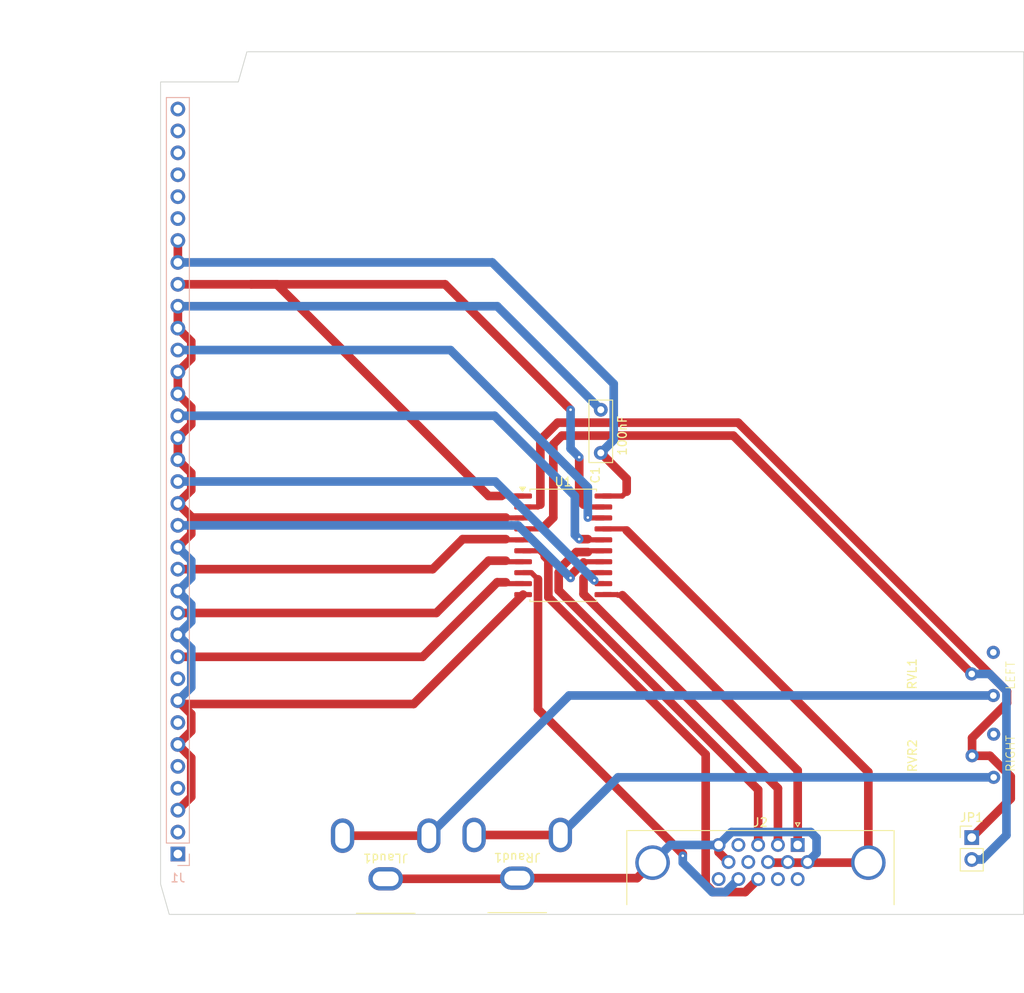
<source format=kicad_pcb>
(kicad_pcb (version 20240108) (generator "pcbnew") (generator_version "8.0")
  (layers (0 "F.Cu" signal) (31 "B.Cu" signal) (34 "B.Paste" user) (35 "F.Paste" user) (36 "B.SilkS" user "B.Silkscreen") (37 "F.SilkS" user "F.Silkscreen") (38 "B.Mask" user) (39 "F.Mask" user) (44 "Edge.Cuts" user))
  (net 0 "")
  (net 1 "GND")
  (net 3 "/CV_Y")
  (net 6 "/V_G")
  (net 8 "/SV_Y")
  (net 10 "+5V")
  (net 11 "/R_AUD")
  (net 12 "/ACTIVE")
  (net 14 "/CV_Pr")
  (net 15 "/L_AUD")
  (net 17 "/V_B")
  (net 18 "/SV_L")
  (net 19 "/V_R")
  (net 20 "/Comp")
  (net 22 "/CV_Pb")
  (net 23 "Net-(JP1-B)")
  (net 24 "Net-(JP1-A)")
  (net 25 "Net-(JLaud1-Ext)")
  (net 26 "Net-(JLaud1-In)")
  (net 30 "Net-(JRaud1-In)")
  (net 33 "/V_H")
  (net 34 "/V_V")
  (net 35 "Net-(U1-2A2)")
  (net 36 "Net-(U1-1A4)")
  (net 37 "Net-(U1-2A1)")
  (net 38 "Net-(U1-1A3)")
  (net 39 "Net-(U1-2A3)")
  (footprint "Connector_PinHeader_2.54mm:PinHeader_1x02_P2.54mm_Vertical" (layer "F.Cu") (at 199.98 138.095)
    (property "Reference" "JP1" (at 0 -2.33 0) (layer "F.SilkS"))
    (property "Value" "Jumper_2_Open")
    (fp_line (start -1.33 -1.33) (end 0 -1.33) (stroke (width 0.12)) (layer "F.SilkS"))
    (fp_line (start -1.33 0) (end -1.33 -1.33) (stroke (width 0.12)) (layer "F.SilkS"))
    (fp_line (start -1.33 1.27) (end -1.33 3.87) (stroke (width 0.12)) (layer "F.SilkS"))
    (fp_line (start -1.33 1.27) (end 1.33 1.27) (stroke (width 0.12)) (layer "F.SilkS"))
    (fp_line (start -1.33 3.87) (end 1.33 3.87) (stroke (width 0.12)) (layer "F.SilkS"))
    (fp_line (start 1.33 1.27) (end 1.33 3.87) (stroke (width 0.12)) (layer "F.SilkS"))
    (pad "1" thru_hole rect (at 0 0) (size 1.7 1.7) (drill 1) (layers "*.Cu" "*.Mask") (net 24 "Net-(JP1-A)"))
    (pad "2" thru_hole oval (at 0 2.54) (size 1.7 1.7) (drill 1) (layers "*.Cu" "*.Mask") (net 23 "Net-(JP1-B)"))
  )
  (footprint "Package_SO:SOIC-20W_7.5x12.8mm_P1.27mm" (layer "F.Cu") (at 152.65 104.215)
    (property "Reference" "U1" (at 0 -7.35 360) (layer "F.SilkS"))
    (property "Value" "SN74CBT3244PW")
    (fp_line (start -3.86 -6.51) (end -3.86 -6.275) (stroke (width 0.12)) (layer "F.SilkS"))
    (fp_line (start -3.86 6.51) (end -3.86 6.275) (stroke (width 0.12)) (layer "F.SilkS"))
    (fp_line (start 0 -6.51) (end -3.86 -6.51) (stroke (width 0.12)) (layer "F.SilkS"))
    (fp_line (start 0 -6.51) (end 3.86 -6.51) (stroke (width 0.12)) (layer "F.SilkS"))
    (fp_line (start 0 6.51) (end -3.86 6.51) (stroke (width 0.12)) (layer "F.SilkS"))
    (fp_line (start 0 6.51) (end 3.86 6.51) (stroke (width 0.12)) (layer "F.SilkS"))
    (fp_line (start 3.86 -6.51) (end 3.86 -6.275) (stroke (width 0.12)) (layer "F.SilkS"))
    (fp_line (start 3.86 6.51) (end 3.86 6.275) (stroke (width 0.12)) (layer "F.SilkS"))
    (fp_poly (pts (xy -4.7125 -6.275) (xy -5.0525 -6.745) (xy -4.3725 -6.745) (xy -4.7125 -6.275)) (stroke (width 0.12)) (fill solid) (layer "F.SilkS"))
    (pad "1" smd roundrect (at -4.65 -5.715) (size 2.05 0.6) (layers "F.Cu" "F.Paste" "F.Mask") (net 12 "/ACTIVE"))
    (pad "2" smd roundrect (at -4.65 -4.445) (size 2.05 0.6) (layers "F.Cu" "F.Paste" "F.Mask") (net 24 "Net-(JP1-A)"))
    (pad "3" smd roundrect (at -4.65 -3.175) (size 2.05 0.6) (layers "F.Cu" "F.Paste" "F.Mask") (net 1 "GND"))
    (pad "4" smd roundrect (at -4.65 -1.905) (size 2.05 0.6) (layers "F.Cu" "F.Paste" "F.Mask") (net 23 "Net-(JP1-B)"))
    (pad "5" smd roundrect (at -4.65 -0.635) (size 2.05 0.6) (layers "F.Cu" "F.Paste" "F.Mask") (net 17 "/V_B"))
    (pad "6" smd roundrect (at -4.65 0.635) (size 2.05 0.6) (layers "F.Cu" "F.Paste" "F.Mask") (net 38 "Net-(U1-1A3)"))
    (pad "7" smd roundrect (at -4.65 1.905) (size 2.05 0.6) (layers "F.Cu" "F.Paste" "F.Mask") (net 6 "/V_G"))
    (pad "8" smd roundrect (at -4.65 3.175) (size 2.05 0.6) (layers "F.Cu" "F.Paste" "F.Mask") (net 36 "Net-(U1-1A4)"))
    (pad "9" smd roundrect (at -4.65 4.445) (size 2.05 0.6) (layers "F.Cu" "F.Paste" "F.Mask") (net 19 "/V_R"))
    (pad "10" smd roundrect (at -4.65 5.715) (size 2.05 0.6) (layers "F.Cu" "F.Paste" "F.Mask") (net 1 "GND"))
    (pad "11" smd roundrect (at 4.65 5.715) (size 2.05 0.6) (layers "F.Cu" "F.Paste" "F.Mask") (net 37 "Net-(U1-2A1)"))
    (pad "12" smd roundrect (at 4.65 4.445) (size 2.05 0.6) (layers "F.Cu" "F.Paste" "F.Mask") (net 34 "/V_V"))
    (pad "13" smd roundrect (at 4.65 3.175) (size 2.05 0.6) (layers "F.Cu" "F.Paste" "F.Mask") (net 35 "Net-(U1-2A2)"))
    (pad "14" smd roundrect (at 4.65 1.905) (size 2.05 0.6) (layers "F.Cu" "F.Paste" "F.Mask") (net 33 "/V_H"))
    (pad "15" smd roundrect (at 4.65 0.635) (size 2.05 0.6) (layers "F.Cu" "F.Paste" "F.Mask") (net 39 "Net-(U1-2A3)"))
    (pad "16" smd roundrect (at 4.65 -0.635) (size 2.05 0.6) (layers "F.Cu" "F.Paste" "F.Mask") (net 15 "/L_AUD"))
    (pad "17" smd roundrect (at 4.65 -1.905) (size 2.05 0.6) (layers "F.Cu" "F.Paste" "F.Mask") (net 25 "Net-(JLaud1-Ext)"))
    (pad "18" smd roundrect (at 4.65 -3.175) (size 2.05 0.6) (layers "F.Cu" "F.Paste" "F.Mask") (net 11 "/R_AUD"))
    (pad "19" smd roundrect (at 4.65 -4.445) (size 2.05 0.6) (layers "F.Cu" "F.Paste" "F.Mask") (net 12 "/ACTIVE"))
    (pad "20" smd roundrect (at 4.65 -5.715) (size 2.05 0.6) (layers "F.Cu" "F.Paste" "F.Mask") (net 10 "+5V"))
  )
  (footprint "CheshBits:RCA Single (Altronics)" (layer "F.Cu") (at 132.08 137.875 180)
    (property "Reference" "JLaud1" (at 0 -2.6 180) (layer "F.SilkS"))
    (property "Value" "Conn_Coaxial")
    (fp_line (start -3.4 -9) (end 3.4 -9) (stroke (width 0.12)) (layer "F.SilkS"))
    (pad "1" thru_hole oval (at -5 0 270) (size 4 2.7) (drill oval 3 1.7) (layers "*.Cu" "*.Mask") (net 26 "Net-(JLaud1-In)"))
    (pad "1" thru_hole oval (at 5 0 270) (size 4 2.7) (drill oval 3 1.7) (layers "*.Cu" "*.Mask") (net 26 "Net-(JLaud1-In)"))
    (pad "2" thru_hole oval (at 0 -5 180) (size 4 2.7) (drill oval 3 1.7) (layers "*.Cu" "*.Mask") (net 25 "Net-(JLaud1-Ext)"))
  )
  (footprint "CheshBits:RCA Single (Altronics)" (layer "F.Cu") (at 147.32 137.795 180)
    (property "Reference" "JRaud1" (at 0 -2.6 180) (layer "F.SilkS"))
    (property "Value" "Conn_Coaxial")
    (fp_line (start -3.4 -9) (end 3.4 -9) (stroke (width 0.12)) (layer "F.SilkS"))
    (pad "1" thru_hole oval (at -5 0 270) (size 4 2.7) (drill oval 3 1.7) (layers "*.Cu" "*.Mask") (net 30 "Net-(JRaud1-In)"))
    (pad "1" thru_hole oval (at 5 0 270) (size 4 2.7) (drill oval 3 1.7) (layers "*.Cu" "*.Mask") (net 30 "Net-(JRaud1-In)"))
    (pad "2" thru_hole oval (at 0 -5 180) (size 4 2.7) (drill oval 3 1.7) (layers "*.Cu" "*.Mask") (net 25 "Net-(JLaud1-Ext)"))
  )
  (footprint "Connector_Dsub:DSUB-15-HD_Female_Horizontal_P2.29x1.98mm_EdgePinOffset3.03mm_Housed_MountingHolesOffset4.94mm" (layer "F.Cu") (at 179.815 138.95)
    (property "Reference" "J2" (at -4.315 -2.61 0) (layer "F.SilkS"))
    (property "Value" "DE15_Receptacle_HighDensity_MountingHoles")
    (fp_line (start -19.8 -1.67) (end 11.17 -1.67) (stroke (width 0.12)) (layer "F.SilkS"))
    (fp_line (start -19.8 6.93) (end -19.8 -1.67) (stroke (width 0.12)) (layer "F.SilkS"))
    (fp_line (start -0.25 -2.564338) (end 0.25 -2.564338) (stroke (width 0.12)) (layer "F.SilkS"))
    (fp_line (start 0 -2.131325) (end -0.25 -2.564338) (stroke (width 0.12)) (layer "F.SilkS"))
    (fp_line (start 0.25 -2.564338) (end 0 -2.131325) (stroke (width 0.12)) (layer "F.SilkS"))
    (fp_line (start 11.17 -1.67) (end 11.17 6.93) (stroke (width 0.12)) (layer "F.SilkS"))
    (pad "0" thru_hole circle (at -16.815 2.05) (size 4 4) (drill 3.2) (layers "*.Cu" "*.Mask") (net 25 "Net-(JLaud1-Ext)"))
    (pad "0" thru_hole circle (at 8.185 2.05) (size 4 4) (drill 3.2) (layers "*.Cu" "*.Mask") (net 25 "Net-(JLaud1-Ext)"))
    (pad "1" thru_hole rect (at 0 0) (size 1.6 1.6) (drill 1) (layers "*.Cu" "*.Mask") (net 37 "Net-(U1-2A1)"))
    (pad "2" thru_hole circle (at -2.29 0) (size 1.6 1.6) (drill 1) (layers "*.Cu" "*.Mask") (net 35 "Net-(U1-2A2)"))
    (pad "3" thru_hole circle (at -4.58 0) (size 1.6 1.6) (drill 1) (layers "*.Cu" "*.Mask") (net 39 "Net-(U1-2A3)"))
    (pad "4" thru_hole circle (at -6.87 0) (size 1.6 1.6) (drill 1) (layers "*.Cu" "*.Mask"))
    (pad "5" thru_hole circle (at -9.16 0) (size 1.6 1.6) (drill 1) (layers "*.Cu" "*.Mask") (net 25 "Net-(JLaud1-Ext)"))
    (pad "6" thru_hole circle (at 1.145 1.98) (size 1.6 1.6) (drill 1) (layers "*.Cu" "*.Mask") (net 25 "Net-(JLaud1-Ext)"))
    (pad "7" thru_hole circle (at -1.145 1.98) (size 1.6 1.6) (drill 1) (layers "*.Cu" "*.Mask") (net 25 "Net-(JLaud1-Ext)"))
    (pad "8" thru_hole circle (at -3.435 1.98) (size 1.6 1.6) (drill 1) (layers "*.Cu" "*.Mask") (net 25 "Net-(JLaud1-Ext)"))
    (pad "9" thru_hole circle (at -5.725 1.98) (size 1.6 1.6) (drill 1) (layers "*.Cu" "*.Mask"))
    (pad "10" thru_hole circle (at -8.015 1.98) (size 1.6 1.6) (drill 1) (layers "*.Cu" "*.Mask") (net 25 "Net-(JLaud1-Ext)"))
    (pad "11" thru_hole circle (at 0 3.96) (size 1.6 1.6) (drill 1) (layers "*.Cu" "*.Mask"))
    (pad "12" thru_hole circle (at -2.29 3.96) (size 1.6 1.6) (drill 1) (layers "*.Cu" "*.Mask"))
    (pad "13" thru_hole circle (at -4.58 3.96) (size 1.6 1.6) (drill 1) (layers "*.Cu" "*.Mask") (net 38 "Net-(U1-1A3)"))
    (pad "14" thru_hole circle (at -6.87 3.96) (size 1.6 1.6) (drill 1) (layers "*.Cu" "*.Mask") (net 36 "Net-(U1-1A4)"))
    (pad "15" thru_hole circle (at -9.16 3.96) (size 1.6 1.6) (drill 1) (layers "*.Cu" "*.Mask"))
  )
  (footprint "CheshBits:TrimPot Vertical (Altronics)" (layer "F.Cu") (at 193.62 128.61 90)
    (property "Reference" "RVR2" (at 0 -0.5 90) (layer "F.SilkS"))
    (property "Value" "10k")
    (pad "1" thru_hole circle (at -2.5 8.9 90) (size 1.524 1.524) (drill 0.762) (layers "*.Cu" "*.Mask") (net 30 "Net-(JRaud1-In)"))
    (pad "2" thru_hole circle (at 0 6.4 90) (size 1.524 1.524) (drill 0.762) (layers "*.Cu" "*.Mask") (net 24 "Net-(JP1-A)"))
    (pad "3" thru_hole circle (at 2.5 8.9 90) (size 1.524 1.524) (drill 0.762) (layers "*.Cu" "*.Mask"))
  )
  (footprint "Capacitor_THT:C_Disc_D7.0mm_W2.5mm_P5.00mm" (layer "F.Cu") (at 157 93.5 90)
    (property "Reference" "C1" (at -2.58 -0.635 90) (layer "F.SilkS"))
    (property "Value" "100nF" (at 2 2.5 90) (layer "F.SilkS"))
    (fp_line (start 6.12 -1.37) (end 6.12 1.37) (stroke (width 0.12)) (layer "F.SilkS"))
    (fp_line (start -1.12 -1.37) (end 6.12 -1.37) (stroke (width 0.12)) (layer "F.SilkS"))
    (fp_line (start -1.12 -1.37) (end -1.12 1.37) (stroke (width 0.12)) (layer "F.SilkS"))
    (fp_line (start -1.12 1.37) (end 6.12 1.37) (stroke (width 0.12)) (layer "F.SilkS"))
    (pad "1" thru_hole circle (at 0 0 90) (size 1.6 1.6) (drill 0.8) (layers "*.Cu" "*.Mask") (net 10 "+5V"))
    (pad "2" thru_hole circle (at 5 0 90) (size 1.6 1.6) (drill 0.8) (layers "*.Cu" "*.Mask") (net 1 "GND"))
  )
  (footprint "CheshBits:TrimPot Vertical (Altronics)" (layer "F.Cu") (at 193.58 119.125 90)
    (property "Reference" "RVL1" (at 0 -0.5 90) (layer "F.SilkS"))
    (property "Value" "10k")
    (pad "1" thru_hole circle (at -2.5 8.9 90) (size 1.524 1.524) (drill 0.762) (layers "*.Cu" "*.Mask") (net 26 "Net-(JLaud1-In)"))
    (pad "2" thru_hole circle (at 0 6.4 90) (size 1.524 1.524) (drill 0.762) (layers "*.Cu" "*.Mask") (net 23 "Net-(JP1-B)"))
    (pad "3" thru_hole circle (at 2.5 8.9 90) (size 1.524 1.524) (drill 0.762) (layers "*.Cu" "*.Mask"))
  )
  (footprint "Connector_PinSocket_2.54mm:PinSocket_1x35_P2.54mm_Vertical" (layer "B.Cu") (at 108 140)
    (property "Reference" "J1" (at 0 2.77 0) (layer "B.SilkS") (effects (justify mirror)))
    (property "Value" "Conn_01x35_Pin")
    (fp_line (start -1.33 -87.69) (end -1.33 -1.27) (stroke (width 0.12)) (layer "B.SilkS"))
    (fp_line (start 1.33 -87.69) (end -1.33 -87.69) (stroke (width 0.12)) (layer "B.SilkS"))
    (fp_line (start 1.33 -87.69) (end 1.33 -1.27) (stroke (width 0.12)) (layer "B.SilkS"))
    (fp_line (start 1.33 -1.27) (end -1.33 -1.27) (stroke (width 0.12)) (layer "B.SilkS"))
    (fp_line (start 1.33 0) (end 1.33 1.33) (stroke (width 0.12)) (layer "B.SilkS"))
    (fp_line (start 1.33 1.33) (end 0 1.33) (stroke (width 0.12)) (layer "B.SilkS"))
    (pad "1" thru_hole rect (at 0 0) (size 1.7 1.7) (drill 1) (layers "*.Cu" "*.Mask") (net 20 "/Comp"))
    (pad "2" thru_hole oval (at 0 -2.54) (size 1.7 1.7) (drill 1) (layers "*.Cu" "*.Mask") (net 8 "/SV_Y"))
    (pad "3" thru_hole oval (at 0 -5.08) (size 1.7 1.7) (drill 1) (layers "*.Cu" "*.Mask") (net 1 "GND"))
    (pad "4" thru_hole oval (at 0 -7.62) (size 1.7 1.7) (drill 1) (layers "*.Cu" "*.Mask") (net 18 "/SV_L"))
    (pad "5" thru_hole oval (at 0 -10.16) (size 1.7 1.7) (drill 1) (layers "*.Cu" "*.Mask") (net 3 "/CV_Y"))
    (pad "6" thru_hole oval (at 0 -12.7) (size 1.7 1.7) (drill 1) (layers "*.Cu" "*.Mask") (net 1 "GND"))
    (pad "7" thru_hole oval (at 0 -15.24) (size 1.7 1.7) (drill 1) (layers "*.Cu" "*.Mask") (net 22 "/CV_Pb"))
    (pad "8" thru_hole oval (at 0 -17.78) (size 1.7 1.7) (drill 1) (layers "*.Cu" "*.Mask") (net 1 "GND"))
    (pad "9" thru_hole oval (at 0 -20.32) (size 1.7 1.7) (drill 1) (layers "*.Cu" "*.Mask") (net 14 "/CV_Pr"))
    (pad "10" thru_hole oval (at 0 -22.86) (size 1.7 1.7) (drill 1) (layers "*.Cu" "*.Mask") (net 19 "/V_R"))
    (pad "11" thru_hole oval (at 0 -25.4) (size 1.7 1.7) (drill 1) (layers "*.Cu" "*.Mask") (net 1 "GND"))
    (pad "12" thru_hole oval (at 0 -27.94) (size 1.7 1.7) (drill 1) (layers "*.Cu" "*.Mask") (net 6 "/V_G"))
    (pad "13" thru_hole oval (at 0 -30.48) (size 1.7 1.7) (drill 1) (layers "*.Cu" "*.Mask") (net 1 "GND"))
    (pad "14" thru_hole oval (at 0 -33.02) (size 1.7 1.7) (drill 1) (layers "*.Cu" "*.Mask") (net 17 "/V_B"))
    (pad "15" thru_hole oval (at 0 -35.56) (size 1.7 1.7) (drill 1) (layers "*.Cu" "*.Mask") (net 1 "GND"))
    (pad "16" thru_hole oval (at 0 -38.1) (size 1.7 1.7) (drill 1) (layers "*.Cu" "*.Mask") (net 33 "/V_H"))
    (pad "17" thru_hole oval (at 0 -40.64) (size 1.7 1.7) (drill 1) (layers "*.Cu" "*.Mask") (net 1 "GND"))
    (pad "18" thru_hole oval (at 0 -43.18) (size 1.7 1.7) (drill 1) (layers "*.Cu" "*.Mask") (net 34 "/V_V"))
    (pad "19" thru_hole oval (at 0 -45.72) (size 1.7 1.7) (drill 1) (layers "*.Cu" "*.Mask") (net 1 "GND"))
    (pad "20" thru_hole oval (at 0 -48.26) (size 1.7 1.7) (drill 1) (layers "*.Cu" "*.Mask") (net 1 "GND"))
    (pad "21" thru_hole oval (at 0 -50.8) (size 1.7 1.7) (drill 1) (layers "*.Cu" "*.Mask") (net 15 "/L_AUD"))
    (pad "22" thru_hole oval (at 0 -53.34) (size 1.7 1.7) (drill 1) (layers "*.Cu" "*.Mask") (net 1 "GND"))
    (pad "23" thru_hole oval (at 0 -55.88) (size 1.7 1.7) (drill 1) (layers "*.Cu" "*.Mask") (net 1 "GND"))
    (pad "24" thru_hole oval (at 0 -58.42) (size 1.7 1.7) (drill 1) (layers "*.Cu" "*.Mask") (net 11 "/R_AUD"))
    (pad "25" thru_hole oval (at 0 -60.96) (size 1.7 1.7) (drill 1) (layers "*.Cu" "*.Mask") (net 1 "GND"))
    (pad "26" thru_hole oval (at 0 -63.5) (size 1.7 1.7) (drill 1) (layers "*.Cu" "*.Mask") (net 1 "GND"))
    (pad "27" thru_hole oval (at 0 -66.04) (size 1.7 1.7) (drill 1) (layers "*.Cu" "*.Mask") (net 12 "/ACTIVE"))
    (pad "28" thru_hole oval (at 0 -68.58) (size 1.7 1.7) (drill 1) (layers "*.Cu" "*.Mask") (net 10 "+5V"))
    (pad "29" thru_hole oval (at 0 -71.12) (size 1.7 1.7) (drill 1) (layers "*.Cu" "*.Mask") (net 10 "+5V"))
    (pad "30" thru_hole oval (at 0 -73.66) (size 1.7 1.7) (drill 1) (layers "*.Cu" "*.Mask"))
    (pad "31" thru_hole oval (at 0 -76.2) (size 1.7 1.7) (drill 1) (layers "*.Cu" "*.Mask"))
    (pad "32" thru_hole oval (at 0 -78.74) (size 1.7 1.7) (drill 1) (layers "*.Cu" "*.Mask"))
    (pad "33" thru_hole oval (at 0 -81.28) (size 1.7 1.7) (drill 1) (layers "*.Cu" "*.Mask"))
    (pad "34" thru_hole oval (at 0 -83.82) (size 1.7 1.7) (drill 1) (layers "*.Cu" "*.Mask"))
    (pad "35" thru_hole oval (at 0 -86.36) (size 1.7 1.7) (drill 1) (layers "*.Cu" "*.Mask"))
  )
  (gr_poly (pts (xy 106 143.5) (xy 106 50.5) (xy 115 50.5) (xy 116 47) (xy 206 47) (xy 206 147) (xy 107 147)) (stroke (width 0.1)) (fill none) (layer "Edge.Cuts"))
  (gr_text "RIGHT\n" (at 205.06 130.555 90) (layer "F.SilkS") (effects (font (size 1 1) (thickness 0.1)) (justify left bottom)))
  (gr_text "LEFT\n" (at 205.06 121.03 90) (layer "F.SilkS") (effects (font (size 1 1) (thickness 0.1)) (justify left bottom)))
  (segment (start 108 84.12) (end 108 86.66) (width 1) (layer "F.Cu") (net 1))
  (segment (start 146.04 101.04) (end 146 101) (width 0.6) (layer "F.Cu") (net 1))
  (segment (start 109.55 90.19) (end 109.55 88.21) (width 1) (layer "F.Cu") (net 1))
  (segment (start 109.55 102.89) (end 109.55 100.91) (width 1) (layer "F.Cu") (net 1))
  (segment (start 109.55 133.37) (end 109.55 128.85) (width 1) (layer "F.Cu") (net 1))
  (segment (start 109.55 80.59) (end 108 79.04) (width 1) (layer "F.Cu") (net 1))
  (segment (start 109.55 95.83) (end 108 94.28) (width 1) (layer "F.Cu") (net 1))
  (segment (start 109.55 88.21) (end 108 86.66) (width 1) (layer "F.Cu") (net 1))
  (segment (start 108 91.74) (end 109.55 90.19) (width 1) (layer "F.Cu") (net 1))
  (segment (start 108 76.5) (end 108 79.04) (width 1) (layer "F.Cu") (net 1))
  (segment (start 109.55 82.57) (end 109.55 80.59) (width 1) (layer "F.Cu") (net 1))
  (segment (start 108 122.22) (end 108.39 122.61) (width 1) (layer "F.Cu") (net 1))
  (segment (start 108 91.74) (end 108 94.28) (width 1) (layer "F.Cu") (net 1))
  (segment (start 109.55 125.75) (end 109.55 123.77) (width 1) (layer "F.Cu") (net 1))
  (segment (start 109.55 97.81) (end 109.55 95.83) (width 1) (layer "F.Cu") (net 1))
  (segment (start 108 127.3) (end 109.55 125.75) (width 1) (layer "F.Cu") (net 1))
  (segment (start 109.55 100.91) (end 108 99.36) (width 1) (layer "F.Cu") (net 1))
  (segment (start 135.32 122.61) (end 148 109.93) (width 1) (layer "F.Cu") (net 1))
  (segment (start 108.39 122.61) (end 135.32 122.61) (width 1) (layer "F.Cu") (net 1))
  (segment (start 109.64 101) (end 146 101) (width 1) (layer "F.Cu") (net 1))
  (segment (start 108 104.44) (end 109.55 102.89) (width 1) (layer "F.Cu") (net 1))
  (segment (start 109.55 128.85) (end 108 127.3) (width 1) (layer "F.Cu") (net 1))
  (segment (start 108 99.36) (end 109.64 101) (width 1) (layer "F.Cu") (net 1))
  (segment (start 148 101.04) (end 146.04 101.04) (width 0.6) (layer "F.Cu") (net 1))
  (segment (start 109.55 123.77) (end 108 122.22) (width 1) (layer "F.Cu") (net 1))
  (segment (start 108 99.36) (end 109.55 97.81) (width 1) (layer "F.Cu") (net 1))
  (segment (start 108 134.92) (end 109.55 133.37) (width 1) (layer "F.Cu") (net 1))
  (segment (start 108 84.12) (end 109.55 82.57) (width 1) (layer "F.Cu") (net 1))
  (segment (start 145 76.5) (end 157 88.5) (width 1) (layer "B.Cu") (net 1))
  (segment (start 109.55 120.67) (end 109.55 116.15) (width 1) (layer "B.Cu") (net 1))
  (segment (start 109.55 111.07) (end 108 109.52) (width 1) (layer "B.Cu") (net 1))
  (segment (start 109.55 113.05) (end 109.55 111.07) (width 1) (layer "B.Cu") (net 1))
  (segment (start 109.55 105.99) (end 108 104.44) (width 1) (layer "B.Cu") (net 1))
  (segment (start 109.55 107.97) (end 109.55 105.99) (width 1) (layer "B.Cu") (net 1))
  (segment (start 109.55 116.15) (end 108 114.6) (width 1) (layer "B.Cu") (net 1))
  (segment (start 108 122.22) (end 109.55 120.67) (width 1) (layer "B.Cu") (net 1))
  (segment (start 108 76.5) (end 145 76.5) (width 1) (layer "B.Cu") (net 1))
  (segment (start 108 109.52) (end 109.55 107.97) (width 1) (layer "B.Cu") (net 1))
  (segment (start 108 114.6) (end 109.55 113.05) (width 1) (layer "B.Cu") (net 1))
  (segment (start 148 106.12) (end 146.12 106.12) (width 0.6) (layer "F.Cu") (net 6))
  (segment (start 137.94 112.06) (end 144 106) (width 1) (layer "F.Cu") (net 6))
  (segment (start 146.12 106.12) (end 146 106) (width 0.6) (layer "F.Cu") (net 6))
  (segment (start 108 112.06) (end 137.94 112.06) (width 1) (layer "F.Cu") (net 6))
  (segment (start 144 106) (end 146 106) (width 1) (layer "F.Cu") (net 6))
  (segment (start 159.5 98.5) (end 157.3 98.5) (width 0.6) (layer "F.Cu") (net 10))
  (segment (start 160 96.5) (end 160 98) (width 1) (layer "F.Cu") (net 10))
  (segment (start 160 98) (end 159.5 98.5) (width 0.6) (layer "F.Cu") (net 10))
  (segment (start 108 68.88) (end 108 71.42) (width 1) (layer "F.Cu") (net 10))
  (segment (start 157 93.5) (end 160 96.5) (width 1) (layer "F.Cu") (net 10))
  (segment (start 144.42 71.42) (end 158.5 85.5) (width 1) (layer "B.Cu") (net 10))
  (segment (start 158.5 85.5) (end 158.5 92) (width 1) (layer "B.Cu") (net 10))
  (segment (start 158.5 92) (end 157 93.5) (width 1) (layer "B.Cu") (net 10))
  (segment (start 108 71.42) (end 144.42 71.42) (width 1) (layer "B.Cu") (net 10))
  (segment (start 155.54 101.04) (end 155.5 101) (width 0.6) (layer "F.Cu") (net 11))
  (segment (start 157.3 101.04) (end 155.54 101.04) (width 0.6) (layer "F.Cu") (net 11))
  (via (at 155.5 101) (size 0.6) (drill 0.3) (layers "F.Cu" "B.Cu") (net 11))
  (segment (start 139.58 81.58) (end 153.5 95.5) (width 1) (layer "B.Cu") (net 11))
  (segment (start 153.5 95.5) (end 155.5 97.5) (width 1) (layer "B.Cu") (net 11))
  (segment (start 108 81.58) (end 139.58 81.58) (width 1) (layer "B.Cu") (net 11))
  (segment (start 155.5 97.5) (end 155.5 101) (width 1) (layer "B.Cu") (net 11))
  (segment (start 138.96 73.96) (end 153 88) (width 1) (layer "F.Cu") (net 12))
  (segment (start 116.5 73.96) (end 138.96 73.96) (width 1) (layer "F.Cu") (net 12))
  (segment (start 155.27 99.77) (end 155 99.5) (width 0.6) (layer "F.Cu") (net 12))
  (segment (start 144 98.5) (end 145.5 98.5) (width 1) (layer "F.Cu") (net 12))
  (segment (start 153 88) (end 153.5 88.5) (width 1) (layer "F.Cu") (net 12))
  (segment (start 154.5 99) (end 155 99.5) (width 1) (layer "F.Cu") (net 12))
  (segment (start 116.5 73.96) (end 119.46 73.96) (width 1) (layer "F.Cu") (net 12))
  (segment (start 157.3 99.77) (end 155.27 99.77) (width 0.6) (layer "F.Cu") (net 12))
  (segment (start 108 73.96) (end 116.5 73.96) (width 1) (layer "F.Cu") (net 12))
  (segment (start 119.46 73.96) (end 144 98.5) (width 1) (layer "F.Cu") (net 12))
  (segment (start 154.5 94) (end 154.5 99) (width 1) (layer "F.Cu") (net 12))
  (segment (start 145.5 98.5) (end 148 98.5) (width 0.6) (layer "F.Cu") (net 12))
  (via (at 154.5 94) (size 0.6) (drill 0.3) (layers "F.Cu" "B.Cu") (net 12))
  (via (at 153.5 88.5) (size 0.6) (drill 0.3) (layers "F.Cu" "B.Cu") (net 12))
  (segment (start 153.5 93) (end 154.5 94) (width 1) (layer "B.Cu") (net 12))
  (segment (start 153.5 88.5) (end 153.5 93) (width 1) (layer "B.Cu") (net 12))
  (segment (start 154.5 103.5) (end 155.5 103.5) (width 1) (layer "F.Cu") (net 15))
  (segment (start 157.3 103.58) (end 155.58 103.58) (width 0.6) (layer "F.Cu") (net 15))
  (segment (start 155.58 103.58) (end 155.5 103.5) (width 0.6) (layer "F.Cu") (net 15))
  (via (at 154.5 103.5) (size 0.6) (drill 0.3) (layers "F.Cu" "B.Cu") (net 15))
  (segment (start 108 89.2) (end 144.7 89.2) (width 1) (layer "B.Cu") (net 15))
  (segment (start 154 98.5) (end 154 103) (width 1) (layer "B.Cu") (net 15))
  (segment (start 154 103) (end 154.5 103.5) (width 1) (layer "B.Cu") (net 15))
  (segment (start 144.7 89.2) (end 154 98.5) (width 1) (layer "B.Cu") (net 15))
  (segment (start 146.08 103.58) (end 146 103.5) (width 0.6) (layer "F.Cu") (net 17))
  (segment (start 108 106.98) (end 137.52 106.98) (width 1) (layer "F.Cu") (net 17))
  (segment (start 148 103.58) (end 146.08 103.58) (width 0.6) (layer "F.Cu") (net 17))
  (segment (start 141 103.5) (end 146 103.5) (width 1) (layer "F.Cu") (net 17))
  (segment (start 137.52 106.98) (end 141 103.5) (width 1) (layer "F.Cu") (net 17))
  (segment (start 108 117.14) (end 136.36 117.14) (width 1) (layer "F.Cu") (net 19))
  (segment (start 145 108.5) (end 146 108.5) (width 1) (layer "F.Cu") (net 19))
  (segment (start 146.16 108.66) (end 146 108.5) (width 0.6) (layer "F.Cu") (net 19))
  (segment (start 136.36 117.14) (end 145 108.5) (width 1) (layer "F.Cu") (net 19))
  (segment (start 148 108.66) (end 146.16 108.66) (width 0.6) (layer "F.Cu") (net 19))
  (segment (start 151.5 101) (end 150.5 102) (width 1) (layer "F.Cu") (net 23))
  (segment (start 199.98 119.125) (end 172.355 91.5) (width 1) (layer "F.Cu") (net 23))
  (segment (start 150.19 102.31) (end 150.5 102) (width 0.6) (layer "F.Cu") (net 23))
  (segment (start 152.5 91.5) (end 151.5 92.5) (width 1) (layer "F.Cu") (net 23))
  (segment (start 148 102.31) (end 150.19 102.31) (width 0.6) (layer "F.Cu") (net 23))
  (segment (start 172.355 91.5) (end 152.5 91.5) (width 1) (layer "F.Cu") (net 23))
  (segment (start 151.5 92.5) (end 151.5 101) (width 1) (layer "F.Cu") (net 23))
  (segment (start 202.047581 119.125) (end 204 121.077419) (width 1) (layer "B.Cu") (net 23))
  (segment (start 201.182081 140.635) (end 199.98 140.635) (width 1) (layer "B.Cu") (net 23))
  (segment (start 204 121.077419) (end 204 137.817081) (width 1) (layer "B.Cu") (net 23))
  (segment (start 199.98 119.125) (end 202.047581 119.125) (width 1) (layer "B.Cu") (net 23))
  (segment (start 204 137.817081) (end 201.182081 140.635) (width 1) (layer "B.Cu") (net 23))
  (segment (start 204.5 133.575) (end 204.5 131.022419) (width 1) (layer "F.Cu") (net 24))
  (segment (start 200.02 128.61) (end 200.02 126.542419) (width 1) (layer "F.Cu") (net 24))
  (segment (start 152 90) (end 150 92) (width 1) (layer "F.Cu") (net 24))
  (segment (start 200.02 126.542419) (end 204.062419 122.5) (width 1) (layer "F.Cu") (net 24))
  (segment (start 172.922581 90) (end 152 90) (width 1) (layer "F.Cu") (net 24))
  (segment (start 199.98 138.095) (end 204.5 133.575) (width 1) (layer "F.Cu") (net 24))
  (segment (start 204.062419 121.139838) (end 172.922581 90) (width 1) (layer "F.Cu") (net 24))
  (segment (start 149.73 99.77) (end 150 99.5) (width 0.6) (layer "F.Cu") (net 24))
  (segment (start 204.062419 122.5) (end 204.062419 121.139838) (width 1) (layer "F.Cu") (net 24))
  (segment (start 202.087581 128.61) (end 200.02 128.61) (width 1) (layer "F.Cu") (net 24))
  (segment (start 148 99.77) (end 149.73 99.77) (width 0.6) (layer "F.Cu") (net 24))
  (segment (start 150 92) (end 150 99.5) (width 1) (layer "F.Cu") (net 24))
  (segment (start 204.5 131.022419) (end 202.087581 128.61) (width 1) (layer "F.Cu") (net 24))
  (segment (start 170.655 138.95) (end 170.655 139.785) (width 1) (layer "F.Cu") (net 25))
  (segment (start 170.655 139.785) (end 171.8 140.93) (width 1) (layer "F.Cu") (net 25))
  (segment (start 188 141) (end 188 130.5) (width 1) (layer "F.Cu") (net 25))
  (segment (start 161.205 142.795) (end 163 141) (width 1) (layer "F.Cu") (net 25))
  (segment (start 147.24 142.875) (end 147.32 142.795) (width 1) (layer "F.Cu") (net 25))
  (segment (start 132.08 142.875) (end 147.24 142.875) (width 1) (layer "F.Cu") (net 25))
  (segment (start 157.3 102.31) (end 159.81 102.31) (width 0.6) (layer "F.Cu") (net 25))
  (segment (start 159.81 102.31) (end 160 102.5) (width 0.6) (layer "F.Cu") (net 25))
  (segment (start 188 141) (end 176.45 141) (width 1) (layer "F.Cu") (net 25))
  (segment (start 147.32 142.795) (end 161.205 142.795) (width 1) (layer "F.Cu") (net 25))
  (segment (start 176.45 141) (end 176.38 140.93) (width 1) (layer "F.Cu") (net 25))
  (segment (start 188 130.5) (end 160 102.5) (width 1) (layer "F.Cu") (net 25))
  (segment (start 181.315 137.45) (end 182 138.135) (width 1) (layer "B.Cu") (net 25))
  (segment (start 172.155 137.45) (end 181.315 137.45) (width 1) (layer "B.Cu") (net 25))
  (segment (start 165.05 138.95) (end 170.655 138.95) (width 1) (layer "B.Cu") (net 25))
  (segment (start 170.655 138.95) (end 172.155 137.45) (width 1) (layer "B.Cu") (net 25))
  (segment (start 163 141) (end 165.05 138.95) (width 1) (layer "B.Cu") (net 25))
  (segment (start 182 138.135) (end 182 139.89) (width 1) (layer "B.Cu") (net 25))
  (segment (start 182 139.89) (end 180.96 140.93) (width 1) (layer "B.Cu") (net 25))
  (segment (start 137.08 137.875) (end 127.08 137.875) (width 1) (layer "F.Cu") (net 26))
  (segment (start 137.08 137.875) (end 153.33 121.625) (width 1) (layer "B.Cu") (net 26))
  (segment (start 153.33 121.625) (end 202.48 121.625) (width 1) (layer "B.Cu") (net 26))
  (segment (start 142.32 137.795) (end 152.32 137.795) (width 1) (layer "F.Cu") (net 30))
  (segment (start 159.005 131.11) (end 202.52 131.11) (width 1) (layer "B.Cu") (net 30))
  (segment (start 152.32 137.795) (end 159.005 131.11) (width 1) (layer "B.Cu") (net 30))
  (segment (start 155.08 106.12) (end 155 106.2) (width 0.6) (layer "F.Cu") (net 33))
  (segment (start 153.5 107.7) (end 155 106.2) (width 1) (layer "F.Cu") (net 33))
  (segment (start 157.3 106.12) (end 155.08 106.12) (width 0.6) (layer "F.Cu") (net 33))
  (segment (start 153.5 108) (end 153.5 107.7) (width 1) (layer "F.Cu") (net 33))
  (via (at 153.5 108) (size 0.6) (drill 0.3) (layers "F.Cu" "B.Cu") (net 33))
  (segment (start 146.65 101.9) (end 147.4 101.9) (width 1) (layer "B.Cu") (net 33))
  (segment (start 108 101.9) (end 146.65 101.9) (width 1) (layer "B.Cu") (net 33))
  (segment (start 147.4 101.9) (end 153.5 108) (width 1) (layer "B.Cu") (net 33))
  (segment (start 156.61821 108.66) (end 156.25 108.29179) (width 0.6) (layer "F.Cu") (net 34))
  (segment (start 157.3 108.66) (end 156.61821 108.66) (width 0.6) (layer "F.Cu") (net 34))
  (via (at 156.25 108.29179) (size 0.6) (drill 0.3) (layers "F.Cu" "B.Cu") (net 34))
  (segment (start 108 96.82) (end 144.77821 96.82) (width 1) (layer "B.Cu") (net 34))
  (segment (start 144.77821 96.82) (end 156.25 108.29179) (width 1) (layer "B.Cu") (net 34))
  (segment (start 177.525 138.95) (end 177.525 132.386238) (width 1) (layer "F.Cu") (net 35))
  (segment (start 155.61 107.39) (end 155 108) (width 0.6) (layer "F.Cu") (net 35))
  (segment (start 157.3 107.39) (end 155.61 107.39) (width 0.6) (layer "F.Cu") (net 35))
  (segment (start 177.525 132.386238) (end 155 109.861238) (width 1) (layer "F.Cu") (net 35))
  (segment (start 155 109.861238) (end 155 108) (width 1) (layer "F.Cu") (net 35))
  (segment (start 149.725 123.225) (end 166.5 140) (width 1) (layer "F.Cu") (net 36))
  (segment (start 148.961238 107.39) (end 149.725 108.153762) (width 0.6) (layer "F.Cu") (net 36))
  (segment (start 166.5 140) (end 166.5 140.2) (width 1) (layer "F.Cu") (net 36))
  (segment (start 149.725 108.153762) (end 149.725 123.225) (width 1) (layer "F.Cu") (net 36))
  (segment (start 148 107.39) (end 148.961238 107.39) (width 0.6) (layer "F.Cu") (net 36))
  (via (at 166.5 140.2) (size 0.6) (drill 0.3) (layers "F.Cu" "B.Cu") (net 36))
  (segment (start 171.445 144.41) (end 169.91 144.41) (width 1) (layer "B.Cu") (net 36))
  (segment (start 172.945 142.91) (end 171.445 144.41) (width 1) (layer "B.Cu") (net 36))
  (segment (start 166.5 141) (end 166.5 140.2) (width 1) (layer "B.Cu") (net 36))
  (segment (start 169.91 144.41) (end 166.5 141) (width 1) (layer "B.Cu") (net 36))
  (segment (start 159 110) (end 158.93 109.93) (width 0.6) (layer "F.Cu") (net 37))
  (segment (start 159.5 110) (end 159 110) (width 0.6) (layer "F.Cu") (net 37))
  (segment (start 179.815 138.95) (end 179.815 130.315) (width 1) (layer "F.Cu") (net 37))
  (segment (start 158.93 109.93) (end 157.3 109.93) (width 0.6) (layer "F.Cu") (net 37))
  (segment (start 179.815 130.315) (end 159.5 110) (width 1) (layer "F.Cu") (net 37))
  (segment (start 150.925 110.227944) (end 150.925 105.925) (width 1) (layer "F.Cu") (net 38))
  (segment (start 149.85 104.85) (end 150.5 105.5) (width 0.6) (layer "F.Cu") (net 38))
  (segment (start 173.735 144.41) (end 170.033679 144.41) (width 1) (layer "F.Cu") (net 38))
  (segment (start 175.235 142.91) (end 173.735 144.41) (width 1) (layer "F.Cu") (net 38))
  (segment (start 170.033679 144.41) (end 169.155 143.531321) (width 1) (layer "F.Cu") (net 38))
  (segment (start 150.925 105.925) (end 150.5 105.5) (width 1) (layer "F.Cu") (net 38))
  (segment (start 169.155 143.531321) (end 169.155 128.457944) (width 1) (layer "F.Cu") (net 38))
  (segment (start 148 104.85) (end 149.85 104.85) (width 0.6) (layer "F.Cu") (net 38))
  (segment (start 169.155 128.457944) (end 150.925 110.227944) (width 1) (layer "F.Cu") (net 38))
  (segment (start 154.171572 105) (end 155.5 105) (width 1) (layer "F.Cu") (net 39))
  (segment (start 152.125 109.442126) (end 152.125 107.375) (width 1) (layer "F.Cu") (net 39))
  (segment (start 175.235 138.95) (end 175.235 132.552126) (width 1) (layer "F.Cu") (net 39))
  (segment (start 155.65 104.85) (end 155.5 105) (width 0.6) (layer "F.Cu") (net 39))
  (segment (start 152.249999 106.921573) (end 154.171572 105) (width 1) (layer "F.Cu") (net 39))
  (segment (start 175.235 132.552126) (end 152.125 109.442126) (width 1) (layer "F.Cu") (net 39))
  (segment (start 152.249999 107.250001) (end 152.249999 106.921573) (width 1) (layer "F.Cu") (net 39))
  (segment (start 157.3 104.85) (end 155.65 104.85) (width 0.6) (layer "F.Cu") (net 39))
  (segment (start 152.125 107.375) (end 152.249999 107.250001) (width 1) (layer "F.Cu") (net 39))
)
</source>
